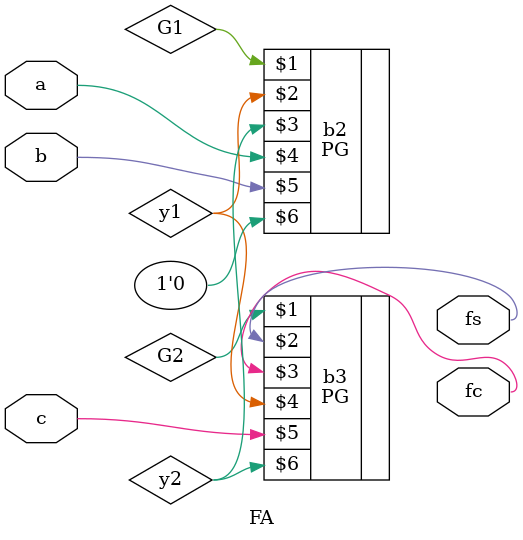
<source format=v>
`timescale 1ns / 1ps

module FA(fs,fc,a,b,c);
input a,b,c;
output fs,fc;

wire y1,y2,G1,G2;
PG b2(G1,y1,y2,a,b,1'b0);
PG b3(G2,fs,fc,y1,c,y2);


endmodule
</source>
